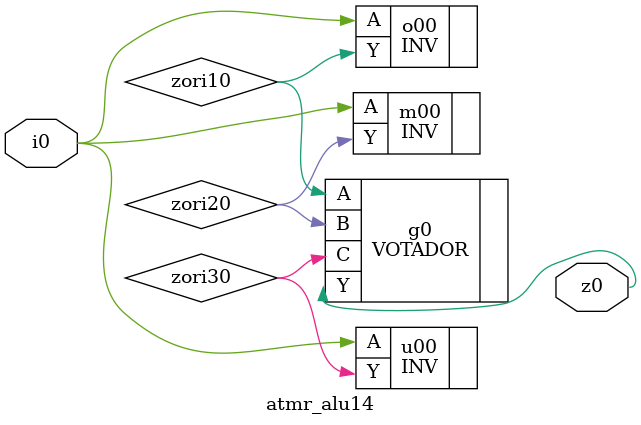
<source format=v>

module atmr_alu14(i0, z0);
 input i0;
 output z0;
 wire  zori10, zori20, zori30;
  INV        o00(.A(i0), .Y(zori10));
  INV        m00(.A(i0), .Y(zori20));
  INV        u00(.A(i0), .Y(zori30));
  VOTADOR g0(.A(zori10), .B(zori20), .C(zori30), .Y(z0));
endmodule
</source>
